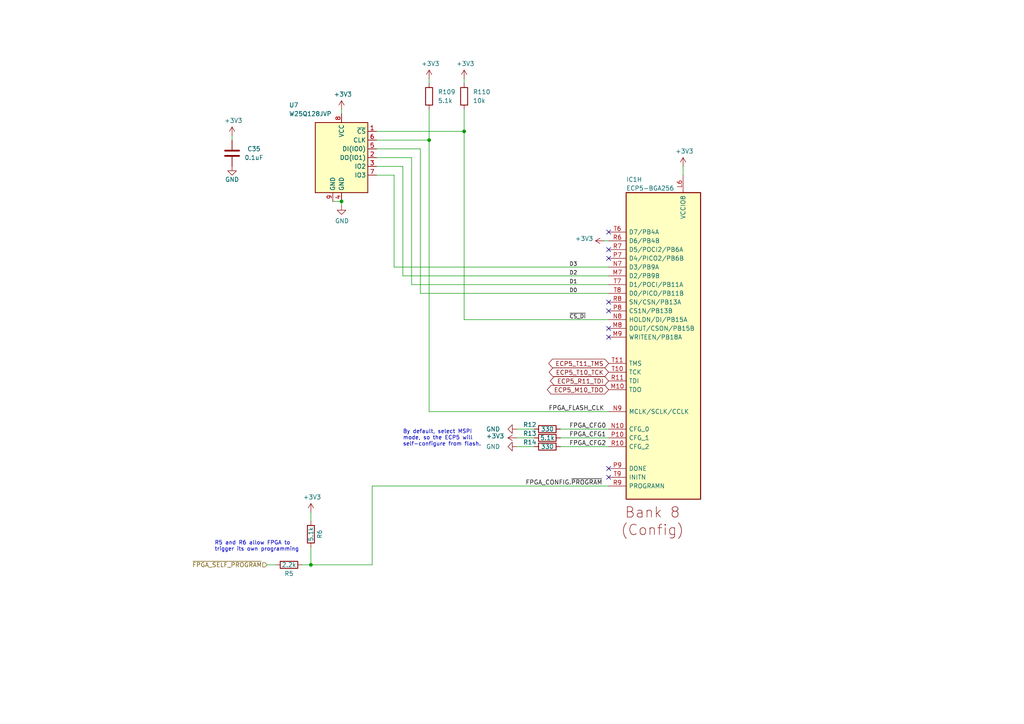
<source format=kicad_sch>
(kicad_sch (version 20231120) (generator "eeschema") (generator_version "8.0")
  (paper "A4")
  (title_block (title "SoldierCrab") (date "${DATE}") (rev "${VERSION}") (company "S.Holzapfel, apfelaudio UG (haftungsbeschränkt)") (comment 1 "Licensed under the CERN-OHL-S v2"))
  (lib_symbols
    (symbol "Device:C" (pin_numbers hide) (pin_names (offset 0.254))
      (property "Reference" "C" (at 0.635 2.54 0))
      (property "Value" "C" (at 0.635 -2.54 0))
      (symbol "C_0_1"
        (polyline (pts (xy -2.032 -0.762) (xy 2.032 -0.762)) (stroke (width 0.508)))
        (polyline (pts (xy -2.032 0.762) (xy 2.032 0.762)) (stroke (width 0.508)))
      )
      (symbol "C_1_1"
        (pin passive line (at 0 3.81 270) (length 2.794) (name "~") (number "1"))
        (pin passive line (at 0 -3.81 90) (length 2.794) (name "~") (number "2"))
      )
    )
    (symbol "Device:R" (pin_numbers hide) (pin_names (offset 0))
      (property "Reference" "R" (at 2.032 0 90))
      (property "Value" "R" (at 0 0 90))
      (symbol "R_0_1"
        (rectangle (start -1.016 -2.54) (end 1.016 2.54) (stroke (width 0.254)))
      )
      (symbol "R_1_1"
        (pin passive line (at 0 3.81 270) (length 1.27) (name "~") (number "1"))
        (pin passive line (at 0 -3.81 90) (length 1.27) (name "~") (number "2"))
      )
    )
    (symbol "Memory_Flash:W25Q32JVSS"
      (property "Reference" "U7" (at 15.24 15.24 0))
      (property "Value" "W25Q128JVP" (at 15.24 12.7 0))
      (symbol "W25Q32JVSS_0_1"
        (rectangle (start -7.62 10.16) (end 7.62 -10.16) (stroke (width 0.254)) (fill (type background)))
      )
      (symbol "W25Q32JVSS_1_1"
        (pin input line (at -10.16 7.62 0) (length 2.54) (name "~{CS}") (number "1"))
        (pin bidirectional line (at -10.16 0 0) (length 2.54) (name "DO(IO1)") (number "2"))
        (pin bidirectional line (at -10.16 -2.54 0) (length 2.54) (name "IO2") (number "3"))
        (pin power_in line (at 0 -12.7 90) (length 2.54) (name "GND") (number "4"))
        (pin bidirectional line (at -10.16 2.54 0) (length 2.54) (name "DI(IO0)") (number "5"))
        (pin input line (at -10.16 5.08 0) (length 2.54) (name "CLK") (number "6"))
        (pin bidirectional line (at -10.16 -5.08 0) (length 2.54) (name "IO3") (number "7"))
        (pin power_in line (at 0 12.7 270) (length 2.54) (name "VCC") (number "8"))
        (pin power_in line (at 2.54 -12.7 90) (length 2.54) (name "GND") (number "9"))
      )
    )
    (symbol "fpgas_and_processors:ECP5-BGA256" (pin_names (offset 0.762))
      (property "Reference" "IC" (at -2.54 1.27 0))
      (property "Value" "ECP5-BGA256" (at 10.16 1.27 0))
      (symbol "ECP5-BGA256_1_0"
        (rectangle (start 5.08 0) (end 33.02 -71.12) (stroke (width 0.3048)) (fill (type background)))
      )
      (symbol "ECP5-BGA256_1_1"
        (text "FPGA Supplies" (at 19.05 -76.2 0) (effects (font (size 2.9972 2.9972))))
        (pin power_in line (at 38.1 -2.54 180) (length 5.08) (name "GND_1") (number "A1"))
        (pin power_in line (at 38.1 -5.08 180) (length 5.08) (name "GND_2") (number "A16"))
        (pin power_in line (at 38.1 -10.16 180) (length 5.08) (name "GND_4") (number "D15"))
        (pin power_in line (at 38.1 -7.62 180) (length 5.08) (name "GND_3") (number "D2"))
        (pin power_in line (at 38.1 -12.7 180) (length 5.08) (name "GND_5") (number "F8"))
        (pin power_in line (at 38.1 -15.24 180) (length 5.08) (name "GND_6") (number "F9"))
        (pin power_in line (at 38.1 -20.32 180) (length 5.08) (name "GND_8") (number "G10"))
        (pin power_in line (at 0 -66.04 0) (length 5.08) (name "VCCAUX_1") (number "G11"))
        (pin power_in line (at 0 -2.54 0) (length 5.08) (name "VCC_1") (number "G6"))
        (pin power_in line (at 0 -5.08 0) (length 5.08) (name "VCC_2") (number "G7"))
        (pin power_in line (at 38.1 -17.78 180) (length 5.08) (name "GND_7") (number "G8"))
        (pin power_in line (at 0 -7.62 0) (length 5.08) (name "VCC_3") (number "G9"))
        (pin power_in line (at 38.1 -22.86 180) (length 5.08) (name "GND_9") (number "H1"))
        (pin power_in line (at 38.1 -30.48 180) (length 5.08) (name "GND_12") (number "H10"))
        (pin power_in line (at 38.1 -33.02 180) (length 5.08) (name "GND_13") (number "H16"))
        (pin power_in line (at 38.1 -25.4 180) (length 5.08) (name "GND_10") (number "H8"))
        (pin power_in line (at 38.1 -27.94 180) (length 5.08) (name "GND_11") (number "H9"))
        (pin power_in line (at 38.1 -40.64 180) (length 5.08) (name "GND_16") (number "J10"))
        (pin power_in line (at 38.1 -35.56 180) (length 5.08) (name "GND_14") (number "J8"))
        (pin power_in line (at 38.1 -38.1 180) (length 5.08) (name "GND_15") (number "J9"))
        (pin power_in line (at 38.1 -53.34 180) (length 5.08) (name "GND_21") (number "K10"))
        (pin power_in line (at 38.1 -43.18 180) (length 5.08) (name "GND_17") (number "K6"))
        (pin power_in line (at 38.1 -45.72 180) (length 5.08) (name "GND_18") (number "K7"))
        (pin power_in line (at 38.1 -48.26 180) (length 5.08) (name "GND_19") (number "K8"))
        (pin power_in line (at 38.1 -50.8 180) (length 5.08) (name "GND_20") (number "K9"))
        (pin power_in line (at 0 -15.24 0) (length 5.08) (name "VCC_6") (number "L10"))
        (pin power_in line (at 0 -68.58 0) (length 5.08) (name "VCCAUX_2") (number "L7"))
        (pin power_in line (at 0 -10.16 0) (length 5.08) (name "VCC_4") (number "L8"))
        (pin power_in line (at 0 -12.7 0) (length 5.08) (name "VCC_5") (number "L9"))
        (pin power_in line (at 38.1 -58.42 180) (length 5.08) (name "GND_23") (number "N15"))
        (pin power_in line (at 38.1 -55.88 180) (length 5.08) (name "GND_22") (number "N2"))
        (pin power_in line (at 38.1 -60.96 180) (length 5.08) (name "GND_24") (number "T1"))
        (pin power_in line (at 38.1 -66.04 180) (length 5.08) (name "GND_26") (number "T12"))
        (pin power_in line (at 38.1 -68.58 180) (length 5.08) (name "GND_27") (number "T16"))
        (pin power_in line (at 38.1 -63.5 180) (length 5.08) (name "GND_25") (number "T5"))
      )
      (symbol "ECP5-BGA256_2_1"
        (rectangle (start 0 0) (end 19.05 -74.93) (stroke (width 0.3048)) (fill (type background)))
        (text "Bank 0" (at 10.16 -78.74 0) (effects (font (size 2.9972 2.9972))))
        (pin bidirectional line (at 24.13 -11.43 180) (length 5.08) (name "PT4A") (number "A2"))
        (pin bidirectional line (at 24.13 -16.51 180) (length 5.08) (name "PT6A") (number "A3"))
        (pin bidirectional line (at 24.13 -19.05 180) (length 5.08) (name "PT6B") (number "A4"))
        (pin bidirectional line (at 24.13 -43.18 180) (length 5.08) (name "PT18A") (number "A5"))
        (pin bidirectional line (at 24.13 -45.72 180) (length 5.08) (name "PT18B") (number "A6"))
        (pin bidirectional line (at 24.13 -68.58 180) (length 5.08) (name "PT29A") (number "A7"))
        (pin bidirectional line (at 24.13 -71.12 180) (length 5.08) (name "PT29B") (number "A8"))
        (pin bidirectional line (at 24.13 -13.97 180) (length 5.08) (name "PT4B") (number "B3"))
        (pin bidirectional line (at 24.13 -29.21 180) (length 5.08) (name "PT11B") (number "B4"))
        (pin bidirectional line (at 24.13 -39.37 180) (length 5.08) (name "PT15B") (number "B5"))
        (pin bidirectional line (at 24.13 -55.88 180) (length 5.08) (name "PT22B") (number "B6"))
        (pin bidirectional line (at 24.13 -66.04 180) (length 5.08) (name "PT27B") (number "B7"))
        (pin bidirectional line (at 24.13 -26.67 180) (length 5.08) (name "PT11A") (number "C4"))
        (pin bidirectional line (at 24.13 -36.83 180) (length 5.08) (name "PT15A") (number "C5"))
        (pin bidirectional line (at 24.13 -53.34 180) (length 5.08) (name "PT22A") (number "C6"))
        (pin bidirectional line (at 24.13 -63.5 180) (length 5.08) (name "PT27A") (number "C7"))
        (pin bidirectional line (at 24.13 -24.13 180) (length 5.08) (name "PT9B") (number "D4"))
        (pin bidirectional line (at 24.13 -34.29 180) (length 5.08) (name "PT13B") (number "D5"))
        (pin bidirectional line (at 24.13 -50.8 180) (length 5.08) (name "PT20B") (number "D6"))
        (pin bidirectional line (at 24.13 -60.96 180) (length 5.08) (name "PT24B") (number "D7"))
        (pin bidirectional line (at 24.13 -21.59 180) (length 5.08) (name "PT9A") (number "E4"))
        (pin bidirectional line (at 24.13 -31.75 180) (length 5.08) (name "PT13A") (number "E5"))
        (pin bidirectional line (at 24.13 -48.26 180) (length 5.08) (name "PT20A") (number "E6"))
        (pin bidirectional line (at 24.13 -58.42 180) (length 5.08) (name "PT24A") (number "E7"))
        (pin power_in line (at 7.62 5.08 270) (length 5.08) (name "VCCIO0_1") (number "F6"))
        (pin power_in line (at 5.08 5.08 270) (length 5.08) (name "VCCIO0_2") (number "F7"))
      )
      (symbol "ECP5-BGA256_3_0"
        (rectangle (start 0 0) (end 21.59 -93.98) (stroke (width 0.3048)) (fill (type background)))
      )
      (symbol "ECP5-BGA256_3_1"
        (text "Bank 1" (at 8.89 -96.52 0) (effects (font (size 2.9972 2.9972))))
        (pin bidirectional line (at 26.67 -34.29 180) (length 5.08) (name "PT42B") (number "A10"))
        (pin bidirectional line (at 26.67 -57.15 180) (length 5.08) (name "PT53A") (number "A11"))
        (pin bidirectional line (at 26.67 -59.69 180) (length 5.08) (name "PT53B") (number "A12"))
        (pin bidirectional line (at 26.67 -82.55 180) (length 5.08) (name "PT65A") (number "A13"))
        (pin bidirectional line (at 26.67 -85.09 180) (length 5.08) (name "PT65B") (number "A14"))
        (pin bidirectional line (at 26.67 -90.17 180) (length 5.08) (name "PT67B") (number "A15"))
        (pin bidirectional line (at 26.67 -31.75 180) (length 5.08) (name "PT42A") (number "A9"))
        (pin bidirectional line (at 26.67 -36.83 180) (length 5.08) (name "PT44A") (number "B10"))
        (pin bidirectional line (at 26.67 -46.99 180) (length 5.08) (name "PT49A") (number "B11"))
        (pin bidirectional line (at 26.67 -62.23 180) (length 5.08) (name "PT56A") (number "B12"))
        (pin bidirectional line (at 26.67 -72.39 180) (length 5.08) (name "PT60A") (number "B13"))
        (pin bidirectional line (at 26.67 -87.63 180) (length 5.08) (name "PT67A") (number "B14"))
        (pin bidirectional line (at 26.67 -19.05 180) (length 5.08) (name "PT35B") (number "B8"))
        (pin bidirectional line (at 26.67 -21.59 180) (length 5.08) (name "PT38A") (number "B9"))
        (pin bidirectional line (at 26.67 -39.37 180) (length 5.08) (name "PT44B") (number "C10"))
        (pin bidirectional line (at 26.67 -49.53 180) (length 5.08) (name "PT49B") (number "C11"))
        (pin bidirectional line (at 26.67 -64.77 180) (length 5.08) (name "PT56B") (number "C12"))
        (pin bidirectional line (at 26.67 -74.93 180) (length 5.08) (name "PT60B") (number "C13"))
        (pin bidirectional line (at 26.67 -16.51 180) (length 5.08) (name "PT35A") (number "C8"))
        (pin bidirectional line (at 26.67 -24.13 180) (length 5.08) (name "PT38B") (number "C9"))
        (pin bidirectional line (at 26.67 -41.91 180) (length 5.08) (name "PT47A") (number "D10"))
        (pin bidirectional line (at 26.67 -52.07 180) (length 5.08) (name "PT51A") (number "D11"))
        (pin bidirectional line (at 26.67 -67.31 180) (length 5.08) (name "PT58A") (number "D12"))
        (pin bidirectional line (at 26.67 -77.47 180) (length 5.08) (name "PT62A") (number "D13"))
        (pin bidirectional line (at 26.67 -13.97 180) (length 5.08) (name "PT33B") (number "D8"))
        (pin bidirectional line (at 26.67 -26.67 180) (length 5.08) (name "PT40A") (number "D9"))
        (pin bidirectional line (at 26.67 -44.45 180) (length 5.08) (name "PT47B") (number "E10"))
        (pin bidirectional line (at 26.67 -54.61 180) (length 5.08) (name "PT51B") (number "E11"))
        (pin bidirectional line (at 26.67 -69.85 180) (length 5.08) (name "PT58B") (number "E12"))
        (pin bidirectional line (at 26.67 -80.01 180) (length 5.08) (name "PT62B") (number "E13"))
        (pin bidirectional line (at 26.67 -11.43 180) (length 5.08) (name "PT33A") (number "E8"))
        (pin bidirectional line (at 26.67 -29.21 180) (length 5.08) (name "PT40B") (number "E9"))
        (pin power_in line (at 6.35 5.08 270) (length 5.08) (name "VCCIO1_1") (number "F10"))
        (pin power_in line (at 3.81 5.08 270) (length 5.08) (name "VCCIO1_2") (number "F11"))
      )
      (symbol "ECP5-BGA256_4_1"
        (rectangle (start 0 0) (end 19.05 -93.98) (stroke (width 0.3048)) (fill (type background)))
        (text "Bank 2" (at 10.16 -97.79 0) (effects (font (size 2.9972 2.9972))))
        (pin bidirectional line (at 24.13 -13.97 180) (length 5.08) (name "PR2B") (number "B15"))
        (pin bidirectional line (at 24.13 -11.43 180) (length 5.08) (name "PR2A") (number "B16"))
        (pin bidirectional line (at 24.13 -16.51 180) (length 5.08) (name "PR2C") (number "C14"))
        (pin bidirectional line (at 24.13 -24.13 180) (length 5.08) (name "PR5B") (number "C15"))
        (pin bidirectional line (at 24.13 -21.59 180) (length 5.08) (name "PR5A") (number "C16"))
        (pin bidirectional line (at 24.13 -19.05 180) (length 5.08) (name "PR2D") (number "D14"))
        (pin bidirectional line (at 24.13 -31.75 180) (length 5.08) (name "PR8A") (number "D16"))
        (pin bidirectional line (at 24.13 -26.67 180) (length 5.08) (name "PR5C") (number "E14"))
        (pin bidirectional line (at 24.13 -34.29 180) (length 5.08) (name "PR8B") (number "E15"))
        (pin bidirectional line (at 24.13 -49.53 180) (length 5.08) (name "PR11D") (number "E16"))
        (pin bidirectional line (at 24.13 -39.37 180) (length 5.08) (name "PR8D") (number "F12"))
        (pin bidirectional line (at 24.13 -36.83 180) (length 5.08) (name "PR8C") (number "F13"))
        (pin bidirectional line (at 24.13 -29.21 180) (length 5.08) (name "PR5D") (number "F14"))
        (pin bidirectional line (at 24.13 -46.99 180) (length 5.08) (name "PR11C") (number "F15"))
        (pin bidirectional line (at 24.13 -52.07 180) (length 5.08) (name "PR14A") (number "F16"))
        (pin bidirectional line (at 24.13 -41.91 180) (length 5.08) (name "PR11A") (number "G12"))
        (pin bidirectional line (at 24.13 -44.45 180) (length 5.08) (name "PR11B") (number "G13"))
        (pin bidirectional line (at 24.13 -57.15 180) (length 5.08) (name "PR14C") (number "G14"))
        (pin bidirectional line (at 24.13 -54.61 180) (length 5.08) (name "PR14B") (number "G15"))
        (pin bidirectional line (at 24.13 -72.39 180) (length 5.08) (name "PR20A") (number "G16"))
        (pin power_in line (at 3.81 5.08 270) (length 5.08) (name "VCCIO2_1") (number "H11"))
        (pin bidirectional line (at 24.13 -62.23 180) (length 5.08) (name "PR17A") (number "H12"))
        (pin bidirectional line (at 24.13 -64.77 180) (length 5.08) (name "PR17B") (number "H13"))
        (pin bidirectional line (at 24.13 -59.69 180) (length 5.08) (name "PR14D") (number "H14"))
        (pin bidirectional line (at 24.13 -74.93 180) (length 5.08) (name "PR20B") (number "H15"))
        (pin power_in line (at 6.35 5.08 270) (length 5.08) (name "VCCIO2_2") (number "J11"))
        (pin bidirectional line (at 24.13 -69.85 180) (length 5.08) (name "PR17D") (number "J12"))
        (pin bidirectional line (at 24.13 -67.31 180) (length 5.08) (name "PR17C") (number "J13"))
        (pin bidirectional line (at 24.13 -77.47 180) (length 5.08) (name "PR20C") (number "J14"))
        (pin bidirectional line (at 24.13 -85.09 180) (length 5.08) (name "PR23B") (number "J15"))
        (pin bidirectional line (at 24.13 -82.55 180) (length 5.08) (name "PR23A") (number "J16"))
        (pin bidirectional line (at 24.13 -80.01 180) (length 5.08) (name "PR20D") (number "K14"))
        (pin bidirectional line (at 24.13 -90.17 180) (length 5.08) (name "PR23D") (number "K15"))
        (pin bidirectional line (at 24.13 -87.63 180) (length 5.08) (name "PR23C") (number "K16"))
      )
      (symbol "ECP5-BGA256_5_0"
        (rectangle (start 0 0) (end 20.32 -91.44) (stroke (width 0.3048)) (fill (type background)))
      )
      (symbol "ECP5-BGA256_5_1"
        (text "Bank 3" (at 15.24 -96.52 0) (effects (font (size 2.9972 2.9972))))
        (pin power_in line (at 3.81 5.08 270) (length 5.08) (name "VCCIO3_1") (number "K11"))
        (pin bidirectional line (at 25.4 -22.86 180) (length 5.08) (name "PR29B") (number "K12"))
        (pin bidirectional line (at 25.4 -20.32 180) (length 5.08) (name "PR29A") (number "K13"))
        (pin power_in line (at 6.35 5.08 270) (length 5.08) (name "VCCIO3_2") (number "L11"))
        (pin bidirectional line (at 25.4 -27.94 180) (length 5.08) (name "PR29D") (number "L12"))
        (pin bidirectional line (at 25.4 -25.4 180) (length 5.08) (name "PR29C") (number "L13"))
        (pin bidirectional line (at 25.4 -35.56 180) (length 5.08) (name "PR32C") (number "L14"))
        (pin bidirectional line (at 25.4 -12.7 180) (length 5.08) (name "PR26B") (number "L15"))
        (pin bidirectional line (at 25.4 -10.16 180) (length 5.08) (name "PR26A") (number "L16"))
        (pin bidirectional line (at 25.4 -81.28 180) (length 5.08) (name "PR47A") (number "M11"))
        (pin bidirectional line (at 25.4 -76.2 180) (length 5.08) (name "PR44C") (number "M12"))
        (pin bidirectional line (at 25.4 -45.72 180) (length 5.08) (name "PR35C") (number "M13"))
        (pin bidirectional line (at 25.4 -38.1 180) (length 5.08) (name "PR32D") (number "M14"))
        (pin bidirectional line (at 25.4 -17.78 180) (length 5.08) (name "PR26D") (number "M15"))
        (pin bidirectional line (at 25.4 -15.24 180) (length 5.08) (name "PR26C") (number "M16"))
        (pin bidirectional line (at 25.4 -83.82 180) (length 5.08) (name "PR47B") (number "N11"))
        (pin bidirectional line (at 25.4 -78.74 180) (length 5.08) (name "PR44D") (number "N12"))
        (pin bidirectional line (at 25.4 -50.8 180) (length 5.08) (name "PR38A") (number "N13"))
        (pin bidirectional line (at 25.4 -48.26 180) (length 5.08) (name "PR35D") (number "N14"))
        (pin bidirectional line (at 25.4 -30.48 180) (length 5.08) (name "PR32A") (number "N16"))
        (pin bidirectional line (at 25.4 -86.36 180) (length 5.08) (name "PR47C") (number "P11"))
        (pin bidirectional line (at 25.4 -88.9 180) (length 5.08) (name "PR47D") (number "P12"))
        (pin bidirectional line (at 25.4 -60.96 180) (length 5.08) (name "PR41A") (number "P13"))
        (pin bidirectional line (at 25.4 -53.34 180) (length 5.08) (name "PR38B") (number "P14"))
        (pin bidirectional line (at 25.4 -33.02 180) (length 5.08) (name "PR32B") (number "P15"))
        (pin bidirectional line (at 25.4 -40.64 180) (length 5.08) (name "PR35A") (number "P16"))
        (pin bidirectional line (at 25.4 -71.12 180) (length 5.08) (name "PR44A") (number "R12"))
        (pin bidirectional line (at 25.4 -66.04 180) (length 5.08) (name "PR41C") (number "R13"))
        (pin bidirectional line (at 25.4 -63.5 180) (length 5.08) (name "PR41B") (number "R14"))
        (pin bidirectional line (at 25.4 -55.88 180) (length 5.08) (name "PR38C") (number "R15"))
        (pin bidirectional line (at 25.4 -43.18 180) (length 5.08) (name "PR35B") (number "R16"))
        (pin bidirectional line (at 25.4 -73.66 180) (length 5.08) (name "PR44B") (number "T13"))
        (pin bidirectional line (at 25.4 -68.58 180) (length 5.08) (name "PR41D") (number "T14"))
        (pin bidirectional line (at 25.4 -58.42 180) (length 5.08) (name "PR38D") (number "T15"))
      )
      (symbol "ECP5-BGA256_6_1"
        (rectangle (start 0 0) (end 19.05 -106.68) (stroke (width 0.3048)) (fill (type background)))
        (text "Bank 6" (at 11.43 -110.49 0) (effects (font (size 2.9972 2.9972))))
        (pin power_in line (at 3.81 5.08 270) (length 5.08) (name "VCCIO6_1") (number "J6"))
        (pin power_in line (at 6.35 5.08 270) (length 5.08) (name "VCCIO6_2") (number "J7"))
        (pin bidirectional line (at 24.13 -25.4 180) (length 5.08) (name "PL29A") (number "K4"))
        (pin bidirectional line (at 24.13 -27.94 180) (length 5.08) (name "PL29B") (number "K5"))
        (pin bidirectional line (at 24.13 -13.97 180) (length 5.08) (name "PL26A") (number "L1"))
        (pin bidirectional line (at 24.13 -16.51 180) (length 5.08) (name "PL26B") (number "L2"))
        (pin bidirectional line (at 24.13 -41.91 180) (length 5.08) (name "PL32C") (number "L3"))
        (pin bidirectional line (at 24.13 -30.48 180) (length 5.08) (name "PL29C") (number "L4"))
        (pin bidirectional line (at 24.13 -33.02 180) (length 5.08) (name "PL29D") (number "L5"))
        (pin bidirectional line (at 24.13 -19.05 180) (length 5.08) (name "PL26C") (number "M1"))
        (pin bidirectional line (at 24.13 -21.59 180) (length 5.08) (name "PL26D") (number "M2"))
        (pin bidirectional line (at 24.13 -44.45 180) (length 5.08) (name "PL32D") (number "M3"))
        (pin bidirectional line (at 24.13 -53.34 180) (length 5.08) (name "PL35C") (number "M4"))
        (pin bidirectional line (at 24.13 -78.74 180) (length 5.08) (name "PL44C") (number "M5"))
        (pin bidirectional line (at 24.13 -96.52 180) (length 5.08) (name "PL47A") (number "M6"))
        (pin bidirectional line (at 24.13 -36.83 180) (length 5.08) (name "PL32A") (number "N1"))
        (pin bidirectional line (at 24.13 -55.88 180) (length 5.08) (name "PL35D") (number "N3"))
        (pin bidirectional line (at 24.13 -60.96 180) (length 5.08) (name "PL38A") (number "N4"))
        (pin bidirectional line (at 24.13 -81.28 180) (length 5.08) (name "PL44D") (number "N5"))
        (pin bidirectional line (at 24.13 -99.06 180) (length 5.08) (name "PL47B") (number "N6"))
        (pin bidirectional line (at 24.13 -48.26 180) (length 5.08) (name "PL35A") (number "P1"))
        (pin bidirectional line (at 24.13 -39.37 180) (length 5.08) (name "PL32B") (number "P2"))
        (pin bidirectional line (at 24.13 -63.5 180) (length 5.08) (name "PL38B") (number "P3"))
        (pin bidirectional line (at 24.13 -85.09 180) (length 5.08) (name "PL41A") (number "P4"))
        (pin bidirectional line (at 24.13 -101.6 180) (length 5.08) (name "PL47D") (number "P5"))
        (pin bidirectional line (at 24.13 -104.14 180) (length 5.08) (name "PL47C") (number "P6"))
        (pin bidirectional line (at 24.13 -50.8 180) (length 5.08) (name "PL35B") (number "R1"))
        (pin bidirectional line (at 24.13 -66.04 180) (length 5.08) (name "PL38C") (number "R2"))
        (pin bidirectional line (at 24.13 -87.63 180) (length 5.08) (name "PL41B") (number "R3"))
        (pin bidirectional line (at 24.13 -90.17 180) (length 5.08) (name "PL41C") (number "R4"))
        (pin bidirectional line (at 24.13 -73.66 180) (length 5.08) (name "PL44A") (number "R5"))
        (pin bidirectional line (at 24.13 -68.58 180) (length 5.08) (name "PL38D") (number "T2"))
        (pin bidirectional line (at 24.13 -92.71 180) (length 5.08) (name "PL41D") (number "T3"))
        (pin bidirectional line (at 24.13 -76.2 180) (length 5.08) (name "PL44B") (number "T4"))
      )
      (symbol "ECP5-BGA256_7_1"
        (rectangle (start 0 0) (end 20.32 -109.22) (stroke (width 0.3048)) (fill (type background)))
        (text "Bank 7" (at 12.7 -113.03 0) (effects (font (size 2.9972 2.9972))))
        (pin bidirectional line (at 25.4 -10.16 180) (length 5.08) (name "PL2A") (number "B1"))
        (pin bidirectional line (at 25.4 -12.7 180) (length 5.08) (name "PL2B") (number "B2"))
        (pin bidirectional line (at 25.4 -22.86 180) (length 5.08) (name "PL5A") (number "C1"))
        (pin bidirectional line (at 25.4 -25.4 180) (length 5.08) (name "PL5B") (number "C2"))
        (pin bidirectional line (at 25.4 -15.24 180) (length 5.08) (name "PL2C") (number "C3"))
        (pin bidirectional line (at 25.4 -35.56 180) (length 5.08) (name "PL8A") (number "D1"))
        (pin bidirectional line (at 25.4 -17.78 180) (length 5.08) (name "PL2D") (number "D3"))
        (pin bidirectional line (at 25.4 -54.61 180) (length 5.08) (name "PL11D") (number "E1"))
        (pin bidirectional line (at 25.4 -38.1 180) (length 5.08) (name "PL8B") (number "E2"))
        (pin bidirectional line (at 25.4 -27.94 180) (length 5.08) (name "PL5C") (number "E3"))
        (pin bidirectional line (at 25.4 -59.69 180) (length 5.08) (name "PL14A") (number "F1"))
        (pin bidirectional line (at 25.4 -52.07 180) (length 5.08) (name "PL11C") (number "F2"))
        (pin bidirectional line (at 25.4 -30.48 180) (length 5.08) (name "PL5D") (number "F3"))
        (pin bidirectional line (at 25.4 -40.64 180) (length 5.08) (name "PL8C") (number "F4"))
        (pin bidirectional line (at 25.4 -43.18 180) (length 5.08) (name "PL8D") (number "F5"))
        (pin bidirectional line (at 25.4 -82.55 180) (length 5.08) (name "PL20A") (number "G1"))
        (pin bidirectional line (at 25.4 -62.23 180) (length 5.08) (name "PL14B") (number "G2"))
        (pin bidirectional line (at 25.4 -64.77 180) (length 5.08) (name "PL14C") (number "G3"))
        (pin bidirectional line (at 25.4 -49.53 180) (length 5.08) (name "PL11B") (number "G4"))
        (pin bidirectional line (at 25.4 -46.99 180) (length 5.08) (name "PL11A") (number "G5"))
        (pin bidirectional line (at 25.4 -85.09 180) (length 5.08) (name "PL20B") (number "H2"))
        (pin bidirectional line (at 25.4 -67.31 180) (length 5.08) (name "PL14D") (number "H3"))
        (pin bidirectional line (at 25.4 -73.66 180) (length 5.08) (name "PL17B") (number "H4"))
        (pin bidirectional line (at 25.4 -71.12 180) (length 5.08) (name "PL17A") (number "H5"))
        (pin power_in line (at 7.62 5.08 270) (length 5.08) (name "VCCIO7_1") (number "H6"))
        (pin power_in line (at 5.08 5.08 270) (length 5.08) (name "VCCIO7_2") (number "H7"))
        (pin bidirectional line (at 25.4 -95.25 180) (length 5.08) (name "PL23A") (number "J1"))
        (pin bidirectional line (at 25.4 -97.79 180) (length 5.08) (name "PL23B") (number "J2"))
        (pin bidirectional line (at 25.4 -87.63 180) (length 5.08) (name "PL20C") (number "J3"))
        (pin bidirectional line (at 25.4 -76.2 180) (length 5.08) (name "PL17C") (number "J4"))
        (pin bidirectional line (at 25.4 -78.74 180) (length 5.08) (name "PL17D") (number "J5"))
        (pin bidirectional line (at 25.4 -100.33 180) (length 5.08) (name "PL23C") (number "K1"))
        (pin bidirectional line (at 25.4 -102.87 180) (length 5.08) (name "PL23D") (number "K2"))
        (pin bidirectional line (at 25.4 -90.17 180) (length 5.08) (name "PL20D") (number "K3"))
      )
      (symbol "ECP5-BGA256_8_0"
        (text "(Config)" (at 13.97 -97.79 0) (effects (font (size 2.9972 2.9972))))
        (text "Bank 8" (at 13.97 -92.71 0) (effects (font (size 2.9972 2.9972))))
      )
      (symbol "ECP5-BGA256_8_1"
        (rectangle (start 0 0) (end 21.59 -88.9) (stroke (width 0.3048)) (fill (type background)))
        (pin power_in line (at 5.08 5.08 270) (length 5.08) (name "VCCIO8") (number "L6"))
        (pin output line (at 26.67 -57.15 180) (length 5.08) (name "TDO") (number "M10"))
        (pin bidirectional line (at 26.67 -24.13 180) (length 5.08) (name "D2/PB9B") (number "M7"))
        (pin bidirectional line (at 26.67 -39.37 180) (length 5.08) (name "DOUT/CSON/PB15B") (number "M8"))
        (pin bidirectional line (at 26.67 -41.91 180) (length 5.08) (name "WRITEEN/PB18A") (number "M9"))
        (pin input line (at 26.67 -68.58 180) (length 5.08) (name "CFG_0") (number "N10"))
        (pin bidirectional line (at 26.67 -21.59 180) (length 5.08) (name "D3/PB9A") (number "N7"))
        (pin bidirectional line (at 26.67 -36.83 180) (length 5.08) (name "HOLDN/DI/PB15A") (number "N8"))
        (pin bidirectional line (at 26.67 -63.5 180) (length 5.08) (name "MCLK/SCLK/CCLK") (number "N9"))
        (pin input line (at 26.67 -71.12 180) (length 5.08) (name "CFG_1") (number "P10"))
        (pin bidirectional line (at 26.67 -19.05 180) (length 5.08) (name "D4/PICO2/PB6B") (number "P7"))
        (pin bidirectional line (at 26.67 -34.29 180) (length 5.08) (name "CS1N/PB13B") (number "P8"))
        (pin bidirectional line (at 26.67 -80.01 180) (length 5.08) (name "DONE") (number "P9"))
        (pin input line (at 26.67 -73.66 180) (length 5.08) (name "CFG_2") (number "R10"))
        (pin input line (at 26.67 -54.61 180) (length 5.08) (name "TDI") (number "R11"))
        (pin bidirectional line (at 26.67 -13.97 180) (length 5.08) (name "D6/PB4B") (number "R6"))
        (pin bidirectional line (at 26.67 -16.51 180) (length 5.08) (name "D5/POCI2/PB6A") (number "R7"))
        (pin bidirectional line (at 26.67 -31.75 180) (length 5.08) (name "SN/CSN/PB13A") (number "R8"))
        (pin bidirectional line (at 26.67 -85.09 180) (length 5.08) (name "PROGRAMN") (number "R9"))
        (pin input line (at 26.67 -52.07 180) (length 5.08) (name "TCK") (number "T10"))
        (pin input line (at 26.67 -49.53 180) (length 5.08) (name "TMS") (number "T11"))
        (pin bidirectional line (at 26.67 -11.43 180) (length 5.08) (name "D7/PB4A") (number "T6"))
        (pin bidirectional line (at 26.67 -26.67 180) (length 5.08) (name "D1/POCI/PB11A") (number "T7"))
        (pin bidirectional line (at 26.67 -29.21 180) (length 5.08) (name "D0/PICO/PB11B") (number "T8"))
        (pin bidirectional line (at 26.67 -82.55 180) (length 5.08) (name "INITN") (number "T9"))
      )
    )
    (symbol "power:+3V3" (power) (pin_names (offset 0))
      (property "Value" "+3V3" (at 0 3.556 0))
      (symbol "+3V3_0_1"
        (polyline (pts (xy -0.762 1.27) (xy 0 2.54)))
        (polyline (pts (xy 0 0) (xy 0 2.54)))
        (polyline (pts (xy 0 2.54) (xy 0.762 1.27)))
      )
      (symbol "+3V3_1_1"
        (pin power_in line (at 0 0 90) (length 0) hide (name "+3V3") (number "1"))
      )
    )
    (symbol "power:GND" (power) (pin_names (offset 0))
      (property "Value" "GND" (at 0 -3.81 0))
      (symbol "GND_0_1"
        (polyline (pts (xy 0 0) (xy 0 -1.27) (xy 1.27 -1.27) (xy 0 -2.54) (xy -1.27 -1.27) (xy 0 -1.27)))
      )
      (symbol "GND_1_1"
        (pin power_in line (at 0 0 270) (length 0) hide (name "GND") (number "1"))
      )
    )
  )
  (bus_alias "Config" (members "DONE" "~{INIT}" "~{PROGRAM}"))
  (junction (at 90.17 163.83))
  (junction (at 124.46 40.64))
  (junction (at 134.62 38.1))
  (junction (at 99.06 58.42))
  (no_connect (at 176.53 67.31))
  (no_connect (at 176.53 135.89))
  (no_connect (at 176.53 90.17))
  (no_connect (at 176.53 87.63))
  (no_connect (at 176.53 74.93))
  (no_connect (at 176.53 95.25))
  (no_connect (at 176.53 97.79))
  (no_connect (at 176.53 138.43))
  (no_connect (at 176.53 72.39))
  (wire (pts (xy 107.95 140.97) (xy 176.53 140.97)))
  (wire (pts (xy 134.62 22.86) (xy 134.62 24.13)))
  (wire (pts (xy 134.62 31.75) (xy 134.62 38.1)))
  (wire (pts (xy 162.56 124.46) (xy 176.53 124.46)))
  (wire (pts (xy 114.3 77.47) (xy 114.3 50.8)))
  (wire (pts (xy 121.92 85.09) (xy 176.53 85.09)))
  (wire (pts (xy 149.86 127) (xy 154.94 127)))
  (wire (pts (xy 198.12 50.8) (xy 198.12 48.26)))
  (wire (pts (xy 96.52 58.42) (xy 99.06 58.42)))
  (wire (pts (xy 67.31 40.64) (xy 67.31 39.37)))
  (wire (pts (xy 124.46 40.64) (xy 124.46 119.38)))
  (wire (pts (xy 109.22 38.1) (xy 134.62 38.1)))
  (wire (pts (xy 109.22 48.26) (xy 116.84 48.26)))
  (wire (pts (xy 109.22 43.18) (xy 121.92 43.18)))
  (wire (pts (xy 149.86 129.54) (xy 154.94 129.54)))
  (wire (pts (xy 176.53 119.38) (xy 124.46 119.38)))
  (wire (pts (xy 90.17 148.59) (xy 90.17 151.13)))
  (wire (pts (xy 87.63 163.83) (xy 90.17 163.83)))
  (wire (pts (xy 99.06 58.42) (xy 99.06 59.69)))
  (wire (pts (xy 134.62 92.71) (xy 176.53 92.71)))
  (wire (pts (xy 77.47 163.83) (xy 80.01 163.83)))
  (wire (pts (xy 90.17 163.83) (xy 90.17 158.75)))
  (wire (pts (xy 149.86 124.46) (xy 154.94 124.46)))
  (wire (pts (xy 175.26 69.85) (xy 176.53 69.85)))
  (wire (pts (xy 116.84 80.01) (xy 176.53 80.01)))
  (wire (pts (xy 162.56 127) (xy 176.53 127)))
  (wire (pts (xy 90.17 163.83) (xy 107.95 163.83)))
  (wire (pts (xy 124.46 31.75) (xy 124.46 40.64)))
  (wire (pts (xy 99.06 31.75) (xy 99.06 33.02)))
  (wire (pts (xy 134.62 38.1) (xy 134.62 92.71)))
  (wire (pts (xy 176.53 77.47) (xy 114.3 77.47)))
  (wire (pts (xy 121.92 43.18) (xy 121.92 85.09)))
  (wire (pts (xy 119.38 45.72) (xy 109.22 45.72)))
  (wire (pts (xy 162.56 129.54) (xy 176.53 129.54)))
  (wire (pts (xy 119.38 82.55) (xy 176.53 82.55)))
  (wire (pts (xy 109.22 40.64) (xy 124.46 40.64)))
  (wire (pts (xy 107.95 163.83) (xy 107.95 140.97)))
  (wire (pts (xy 119.38 82.55) (xy 119.38 45.72)))
  (wire (pts (xy 124.46 22.86) (xy 124.46 24.13)))
  (wire (pts (xy 116.84 48.26) (xy 116.84 80.01)))
  (wire (pts (xy 114.3 50.8) (xy 109.22 50.8)))
  (text "By default, select MSPI \nmode, so the ECP5 will \nself-configure from flash." (at 116.84 129.54 0) (effects (font (size 1.1176 1.1176)) (justify left bottom)))
  (text "R5 and R6 allow FPGA to\ntrigger its own programming" (at 62.23 160.02 0) (effects (font (size 1.1176 1.1176)) (justify left bottom)))
  (label "D1" (at 165.1 82.55 0) (effects (font (size 1.1176 1.1176))))
  (label "D0" (at 165.1 85.09 0) (effects (font (size 1.1176 1.1176))))
  (label "D3" (at 165.1 77.47 0) (effects (font (size 1.1176 1.1176))))
  (label "D2" (at 165.1 80.01 0) (effects (font (size 1.1176 1.1176))))
  (label "FPGA_CONFIG.~{PROGRAM}" (at 152.4 140.97 0))
  (label "FPGA_CFG1" (at 165.1 127 0))
  (label "FPGA_FLASH_CLK" (at 175.26 119.38 180))
  (label "FPGA_CFG0" (at 165.1 124.46 0))
  (label "~{CS_DI}" (at 165.1 92.71 0) (effects (font (size 1.1176 1.1176))))
  (label "FPGA_CFG2" (at 165.1 129.54 0))
  (global_label "ECP5_R11_TDI" (shape bidirectional) (at 176.53 110.49 180) (property "Intersheetrefs" "${INTERSHEET_REFS}" (effects (hide yes))))
  (global_label "ECP5_M10_TDO" (shape bidirectional) (at 176.53 113.03 180) (property "Intersheetrefs" "${INTERSHEET_REFS}" (effects (hide yes))))
  (global_label "ECP5_T11_TMS" (shape bidirectional) (at 176.53 105.41 180) (property "Intersheetrefs" "${INTERSHEET_REFS}" (effects (hide yes))))
  (global_label "ECP5_T10_TCK" (shape bidirectional) (at 176.53 107.95 180) (property "Intersheetrefs" "${INTERSHEET_REFS}" (effects (hide yes))))
  (hierarchical_label "~{FPGA_SELF_PROGRAM}" (shape input) (at 77.47 163.83 180))
  (symbol (lib_id "fpgas_and_processors:ECP5-BGA256") (at 203.2 55.88 0) (mirror y) (unit 8)
    (property "Reference" "IC1" (at 181.61 52.07 0) (effects (justify right)))
    (property "Value" "ECP5-BGA256" (at 181.61 54.61 0) (effects (justify right)))
    (property "Footprint" "soldiercrab:lattice_cabga256" (effects (hide yes)))
    (property "Description" "FPGA - Field Programmable Gate Array ECP5; 12k LUTs; 1.1V" (effects (hide yes)))
    (property "Manufacturer" "Lattice" (effects (hide yes)))
    (property "Part Number" "LFE5U-12F-6BG256C" (effects (hide yes)))
    (property "Substitution" "LFE5U-12F-*BG256*, LFE5U-25F-*BG256*" (effects (hide yes)))
    (property "lcsc#" "C1550826" (effects (hide yes)))
  )
  (symbol (lib_id "power:+3V3") (at 198.12 48.26 0) (unit 1)
    (property "Reference" "#PWR056" (effects (hide yes)))
    (property "Value" "+3V3" (at 198.501 43.8658 0))
  )
  (symbol (lib_id "Memory_Flash:W25Q32JVSS") (at 99.06 45.72 0) (mirror y) (unit 1)
    (property "Reference" "U7" (at 83.82 30.48 0) (effects (justify right)))
    (property "Value" "W25Q128JVP" (at 83.82 33.02 0) (effects (justify right)))
    (property "Footprint" "package-son:WSON-8-1EP_6x5mm_P1.27mm_EP3.4x4mm" (effects (hide yes)))
    (property "Manufacturer" "Winbond" (effects (hide yes)))
    (property "Part Number" "W25Q128JVPIQ" (effects (hide yes)))
    (property "lcsc#" "C190862" (effects (hide yes)))
  )
  (symbol (lib_id "power:+3V3") (at 99.06 31.75 0) (unit 1)
    (property "Reference" "#PWR051" (effects (hide yes)))
    (property "Value" "+3V3" (at 99.441 27.3558 0))
  )
  (symbol (lib_id "power:GND") (at 99.06 59.69 0) (unit 1)
    (property "Reference" "#PWR052" (effects (hide yes)))
    (property "Value" "GND" (at 99.187 64.0842 0))
  )
  (symbol (lib_id "Device:C") (at 67.31 44.45 0) (unit 1)
    (property "Reference" "C35" (at 73.66 43.18 0))
    (property "Value" "0.1uF" (at 73.66 45.72 0))
    (property "Footprint" "Capacitor_SMD:C_0402_1005Metric" (effects (hide yes)))
    (property "Description" "CAP CER 0.1UF 25V X5R 0402" (effects (hide yes)))
    (property "Part Number" "CL05A104KA5NNNC" (effects (hide yes)))
    (property "Substitution" "any equivalent" (effects (hide yes)))
    (property "Manufacturer" "Samsung" (effects (hide yes)))
    (property "lcsc#" "C1525" (effects (hide yes)))
  )
  (symbol (lib_id "power:GND") (at 67.31 48.26 0) (unit 1)
    (property "Reference" "#PWR050" (effects (hide yes)))
    (property "Value" "GND" (at 67.31 52.07 0))
  )
  (symbol (lib_id "Device:R") (at 158.75 124.46 270) (unit 1)
    (property "Reference" "R12" (at 153.67 123.19 90))
    (property "Value" "330" (at 158.75 124.46 90))
    (property "Footprint" "Resistor_SMD:R_0402_1005Metric" (effects (hide yes)))
    (property "Description" "RES 330 OHM 1% 1/16W 0402" (effects (hide yes)))
    (property "Part Number" "RC0402FR-13330RL" (effects (hide yes)))
    (property "Substitution" "any equivalent" (effects (hide yes)))
    (property "Manufacturer" "Yageo" (effects (hide yes)))
    (property "lcsc#" "C25104" (effects (hide yes)))
  )
  (symbol (lib_id "Device:R") (at 158.75 127 270) (unit 1)
    (property "Reference" "R13" (at 153.67 125.73 90))
    (property "Value" "5.1k" (at 158.75 127 90))
    (property "Footprint" "Resistor_SMD:R_0402_1005Metric" (effects (hide yes)))
    (property "Description" "RES 5.1K OHM 5% 1/16W 0402" (effects (hide yes)))
    (property "Part Number" "RC0402JR-075K1L" (effects (hide yes)))
    (property "Substitution" "any equivalent" (effects (hide yes)))
    (property "Manufacturer" "Yageo" (effects (hide yes)))
    (property "lcsc#" "C25905" (effects (hide yes)))
  )
  (symbol (lib_id "Device:R") (at 158.75 129.54 270) (unit 1)
    (property "Reference" "R14" (at 153.67 128.27 90))
    (property "Value" "330" (at 158.75 129.54 90))
    (property "Footprint" "Resistor_SMD:R_0402_1005Metric" (effects (hide yes)))
    (property "Description" "RES 330 OHM 1% 1/16W 0402" (effects (hide yes)))
    (property "Part Number" "RC0402FR-13330RL" (effects (hide yes)))
    (property "Substitution" "any equivalent" (effects (hide yes)))
    (property "Manufacturer" "Yageo" (effects (hide yes)))
    (property "lcsc#" "C25104" (effects (hide yes)))
  )
  (symbol (lib_id "power:+3V3") (at 149.86 127 90) (unit 1)
    (property "Reference" "#PWR055" (effects (hide yes)))
    (property "Value" "+3V3" (at 140.97 126.492 90) (effects (justify right)))
  )
  (symbol (lib_id "power:GND") (at 149.86 124.46 270) (unit 1)
    (property "Reference" "#PWR053" (effects (hide yes)))
    (property "Value" "GND" (at 140.97 124.46 90) (effects (justify left)))
  )
  (symbol (lib_id "power:GND") (at 149.86 129.54 270) (unit 1)
    (property "Reference" "#PWR054" (effects (hide yes)))
    (property "Value" "GND" (at 140.97 129.54 90) (effects (justify left)))
  )
  (symbol (lib_id "power:+3V3") (at 90.17 148.59 0) (unit 1)
    (property "Reference" "#PWR02" (effects (hide yes)))
    (property "Value" "+3V3" (at 90.5256 144.1958 0))
  )
  (symbol (lib_id "Device:R") (at 90.17 154.94 0) (unit 1)
    (property "Reference" "R6" (at 92.71 154.94 90))
    (property "Value" "5.1k" (at 90.17 154.94 90))
    (property "Footprint" "Resistor_SMD:R_0402_1005Metric" (effects (hide yes)))
    (property "Description" "RES 5.1K OHM 5% 1/16W 0402" (effects (hide yes)))
    (property "Part Number" "RC0402JR-075K1L" (effects (hide yes)))
    (property "Substitution" "any equivalent" (effects (hide yes)))
    (property "Manufacturer" "Yageo" (effects (hide yes)))
    (property "lcsc#" "C25905" (effects (hide yes)))
  )
  (symbol (lib_id "Device:R") (at 83.82 163.83 270) (unit 1)
    (property "Reference" "R5" (at 83.82 166.37 90))
    (property "Value" "2.2k" (at 83.82 163.83 90))
    (property "Footprint" "Resistor_SMD:R_0402_1005Metric" (effects (hide yes)))
    (property "Description" "RES 2.2K OHM 5% 1/16W 0402" (effects (hide yes)))
    (property "Part Number" "RC0402JR-072K2L" (effects (hide yes)))
    (property "Substitution" "any equivalent" (effects (hide yes)))
    (property "Manufacturer" "Yageo" (effects (hide yes)))
    (property "lcsc#" "C25879" (effects (hide yes)))
  )
  (symbol (lib_id "power:+3V3") (at 124.46 22.86 0) (unit 1)
    (property "Reference" "#PWR065" (effects (hide yes)))
    (property "Value" "+3V3" (at 124.841 18.4658 0))
  )
  (symbol (lib_id "power:+3V3") (at 67.31 39.37 0) (unit 1)
    (property "Reference" "#PWR0255" (effects (hide yes)))
    (property "Value" "+3V3" (at 67.691 34.9758 0))
  )
  (symbol (lib_id "Device:R") (at 124.46 27.94 0) (unit 1)
    (property "Reference" "R109" (at 127 26.67 0) (effects (justify left)))
    (property "Value" "5.1k" (at 127 29.21 0) (effects (justify left)))
    (property "Footprint" "Resistor_SMD:R_0402_1005Metric" (effects (hide yes)))
    (property "Description" "RES 5.1K OHM 5% 1/16W 0402" (effects (hide yes)))
    (property "Part Number" "RC0402JR-075K1L" (effects (hide yes)))
    (property "Substitution" "any equivalent" (effects (hide yes)))
    (property "Manufacturer" "Yageo" (effects (hide yes)))
    (property "lcsc#" "C25905" (effects (hide yes)))
  )
  (symbol (lib_id "power:+3V3") (at 175.26 69.85 90) (unit 1)
    (property "Reference" "#PWR0206" (effects (hide yes)))
    (property "Value" "+3V3" (at 172.085 69.215 90) (effects (justify left)))
  )
  (symbol (lib_id "Device:R") (at 134.62 27.94 0) (unit 1)
    (property "Reference" "R110" (at 137.16 26.67 0) (effects (justify left)))
    (property "Value" "10k" (at 137.16 29.21 0) (effects (justify left)))
    (property "Footprint" "Resistor_SMD:R_0402_1005Metric" (effects (hide yes)))
    (property "Description" "RES 10K OHM 5% 1/16W 0402" (effects (hide yes)))
    (property "Part Number" "RC0402JR-0710KL" (effects (hide yes)))
    (property "Substitution" "any equivalent" (effects (hide yes)))
    (property "Manufacturer" "Yageo" (effects (hide yes)))
    (property "lcsc#" "C25744" (effects (hide yes)))
  )
  (symbol (lib_id "power:+3V3") (at 134.62 22.86 0) (unit 1)
    (property "Reference" "#PWR092" (effects (hide yes)))
    (property "Value" "+3V3" (at 134.9756 18.4658 0))
  )
)
</source>
